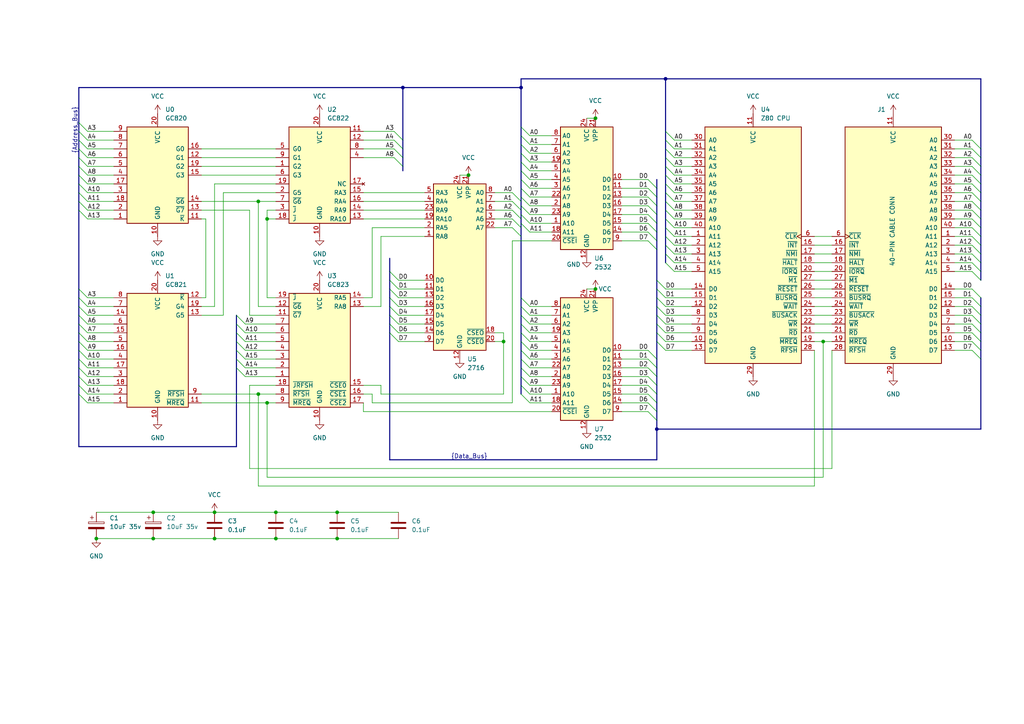
<source format=kicad_sch>
(kicad_sch (version 20231120) (generator "eeschema") (generator_version "8.0")
  (paper "A4")
  (title_block (title "MS PAC-MAN AUX BOARD ") (date "4 January 1981") (company "MIDWAY MFG. CO.") (comment 1 "A084-91415-B617"))
  (bus_alias "Address_Bus" (members "A[0..15]"))
  (bus_alias "Data_Bus" (members "D[0..7]"))
  (junction (at 190.5 124.46))
  (junction (at 74.93 58.42))
  (junction (at 44.45 148.59))
  (junction (at 62.23 156.21))
  (junction (at 172.72 83.82))
  (junction (at 97.79 148.59))
  (junction (at 80.01 156.21))
  (junction (at 172.72 34.29))
  (junction (at 151.13 25.4))
  (junction (at 80.01 148.59))
  (junction (at 135.89 50.8))
  (junction (at 77.47 116.84))
  (junction (at 62.23 148.59))
  (junction (at 193.04 22.86))
  (junction (at 97.79 156.21))
  (junction (at 146.05 99.06))
  (junction (at 27.94 156.21))
  (junction (at 44.45 156.21))
  (junction (at 116.84 25.4))
  (junction (at 74.93 114.3))
  (junction (at 77.47 63.5))
  (junction (at 238.76 99.06))
  (bus_entry (at 193.04 40.64) (size 2.54 2.54))
  (bus_entry (at 193.04 73.66) (size 2.54 2.54))
  (bus_entry (at 190.5 83.82) (size 2.54 2.54))
  (bus_entry (at 116.84 40.64) (size -2.54 -2.54))
  (bus_entry (at 151.13 44.45) (size 2.54 2.54))
  (bus_entry (at 190.5 114.3) (size -2.54 -2.54))
  (bus_entry (at 113.03 86.36) (size 2.54 2.54))
  (bus_entry (at 68.58 93.98) (size 2.54 2.54))
  (bus_entry (at 151.13 111.76) (size 2.54 2.54))
  (bus_entry (at 151.13 68.58) (size -2.54 -2.54))
  (bus_entry (at 281.94 71.12) (size 2.54 2.54))
  (bus_entry (at 281.94 45.72) (size 2.54 2.54))
  (bus_entry (at 190.5 104.14) (size -2.54 -2.54))
  (bus_entry (at 22.86 43.18) (size 2.54 2.54))
  (bus_entry (at 187.96 59.69) (size 2.54 2.54))
  (bus_entry (at 187.96 67.31) (size 2.54 2.54))
  (bus_entry (at 281.94 93.98) (size 2.54 2.54))
  (bus_entry (at 281.94 76.2) (size 2.54 2.54))
  (bus_entry (at 190.5 121.92) (size -2.54 -2.54))
  (bus_entry (at 281.94 68.58) (size 2.54 2.54))
  (bus_entry (at 187.96 57.15) (size 2.54 2.54))
  (bus_entry (at 22.86 101.6) (size 2.54 2.54))
  (bus_entry (at 151.13 66.04) (size -2.54 -2.54))
  (bus_entry (at 68.58 99.06) (size 2.54 2.54))
  (bus_entry (at 113.03 96.52) (size 2.54 2.54))
  (bus_entry (at 190.5 99.06) (size 2.54 2.54))
  (bus_entry (at 151.13 88.9) (size 2.54 2.54))
  (bus_entry (at 22.86 60.96) (size 2.54 2.54))
  (bus_entry (at 281.94 96.52) (size 2.54 2.54))
  (bus_entry (at 22.86 55.88) (size 2.54 2.54))
  (bus_entry (at 113.03 78.74) (size 2.54 2.54))
  (bus_entry (at 151.13 41.91) (size 2.54 2.54))
  (bus_entry (at 22.86 96.52) (size 2.54 2.54))
  (bus_entry (at 193.04 48.26) (size 2.54 2.54))
  (bus_entry (at 151.13 101.6) (size 2.54 2.54))
  (bus_entry (at 190.5 109.22) (size -2.54 -2.54))
  (bus_entry (at 151.13 62.23) (size 2.54 2.54))
  (bus_entry (at 187.96 52.07) (size 2.54 2.54))
  (bus_entry (at 22.86 45.72) (size 2.54 2.54))
  (bus_entry (at 190.5 116.84) (size -2.54 -2.54))
  (bus_entry (at 281.94 48.26) (size 2.54 2.54))
  (bus_entry (at 193.04 53.34) (size 2.54 2.54))
  (bus_entry (at 281.94 78.74) (size 2.54 2.54))
  (bus_entry (at 193.04 71.12) (size 2.54 2.54))
  (bus_entry (at 187.96 64.77) (size 2.54 2.54))
  (bus_entry (at 281.94 55.88) (size 2.54 2.54))
  (bus_entry (at 22.86 86.36) (size 2.54 2.54))
  (bus_entry (at 151.13 39.37) (size 2.54 2.54))
  (bus_entry (at 187.96 54.61) (size 2.54 2.54))
  (bus_entry (at 22.86 111.76) (size 2.54 2.54))
  (bus_entry (at 281.94 40.64) (size 2.54 2.54))
  (bus_entry (at 281.94 99.06) (size 2.54 2.54))
  (bus_entry (at 193.04 58.42) (size 2.54 2.54))
  (bus_entry (at 68.58 104.14) (size 2.54 2.54))
  (bus_entry (at 151.13 114.3) (size 2.54 2.54))
  (bus_entry (at 113.03 81.28) (size 2.54 2.54))
  (bus_entry (at 151.13 46.99) (size 2.54 2.54))
  (bus_entry (at 22.86 40.64) (size 2.54 2.54))
  (bus_entry (at 22.86 83.82) (size 2.54 2.54))
  (bus_entry (at 113.03 88.9) (size 2.54 2.54))
  (bus_entry (at 151.13 54.61) (size 2.54 2.54))
  (bus_entry (at 113.03 91.44) (size 2.54 2.54))
  (bus_entry (at 22.86 91.44) (size 2.54 2.54))
  (bus_entry (at 22.86 99.06) (size 2.54 2.54))
  (bus_entry (at 151.13 52.07) (size 2.54 2.54))
  (bus_entry (at 193.04 55.88) (size 2.54 2.54))
  (bus_entry (at 281.94 53.34) (size 2.54 2.54))
  (bus_entry (at 151.13 109.22) (size 2.54 2.54))
  (bus_entry (at 187.96 62.23) (size 2.54 2.54))
  (bus_entry (at 281.94 83.82) (size 2.54 2.54))
  (bus_entry (at 68.58 91.44) (size 2.54 2.54))
  (bus_entry (at 281.94 73.66) (size 2.54 2.54))
  (bus_entry (at 281.94 101.6) (size 2.54 2.54))
  (bus_entry (at 193.04 68.58) (size 2.54 2.54))
  (bus_entry (at 190.5 86.36) (size 2.54 2.54))
  (bus_entry (at 22.86 104.14) (size 2.54 2.54))
  (bus_entry (at 190.5 106.68) (size -2.54 -2.54))
  (bus_entry (at 281.94 63.5) (size 2.54 2.54))
  (bus_entry (at 190.5 111.76) (size -2.54 -2.54))
  (bus_entry (at 190.5 96.52) (size 2.54 2.54))
  (bus_entry (at 22.86 53.34) (size 2.54 2.54))
  (bus_entry (at 116.84 48.26) (size -2.54 -2.54))
  (bus_entry (at 193.04 45.72) (size 2.54 2.54))
  (bus_entry (at 281.94 86.36) (size 2.54 2.54))
  (bus_entry (at 22.86 93.98) (size 2.54 2.54))
  (bus_entry (at 116.84 43.18) (size -2.54 -2.54))
  (bus_entry (at 151.13 60.96) (size -2.54 -2.54))
  (bus_entry (at 193.04 60.96) (size 2.54 2.54))
  (bus_entry (at 151.13 64.77) (size 2.54 2.54))
  (bus_entry (at 193.04 63.5) (size 2.54 2.54))
  (bus_entry (at 151.13 57.15) (size 2.54 2.54))
  (bus_entry (at 151.13 58.42) (size -2.54 -2.54))
  (bus_entry (at 151.13 59.69) (size 2.54 2.54))
  (bus_entry (at 22.86 35.56) (size 2.54 2.54))
  (bus_entry (at 116.84 45.72) (size -2.54 -2.54))
  (bus_entry (at 281.94 88.9) (size 2.54 2.54))
  (bus_entry (at 151.13 91.44) (size 2.54 2.54))
  (bus_entry (at 113.03 93.98) (size 2.54 2.54))
  (bus_entry (at 151.13 86.36) (size 2.54 2.54))
  (bus_entry (at 151.13 104.14) (size 2.54 2.54))
  (bus_entry (at 281.94 58.42) (size 2.54 2.54))
  (bus_entry (at 22.86 109.22) (size 2.54 2.54))
  (bus_entry (at 22.86 48.26) (size 2.54 2.54))
  (bus_entry (at 190.5 93.98) (size 2.54 2.54))
  (bus_entry (at 68.58 101.6) (size 2.54 2.54))
  (bus_entry (at 193.04 50.8) (size 2.54 2.54))
  (bus_entry (at 281.94 91.44) (size 2.54 2.54))
  (bus_entry (at 151.13 99.06) (size 2.54 2.54))
  (bus_entry (at 151.13 49.53) (size 2.54 2.54))
  (bus_entry (at 68.58 106.68) (size 2.54 2.54))
  (bus_entry (at 22.86 88.9) (size 2.54 2.54))
  (bus_entry (at 113.03 83.82) (size 2.54 2.54))
  (bus_entry (at 190.5 119.38) (size -2.54 -2.54))
  (bus_entry (at 68.58 96.52) (size 2.54 2.54))
  (bus_entry (at 187.96 69.85) (size 2.54 2.54))
  (bus_entry (at 190.5 81.28) (size 2.54 2.54))
  (bus_entry (at 151.13 96.52) (size 2.54 2.54))
  (bus_entry (at 190.5 88.9) (size 2.54 2.54))
  (bus_entry (at 193.04 66.04) (size 2.54 2.54))
  (bus_entry (at 22.86 38.1) (size 2.54 2.54))
  (bus_entry (at 281.94 66.04) (size 2.54 2.54))
  (bus_entry (at 281.94 60.96) (size 2.54 2.54))
  (bus_entry (at 22.86 50.8) (size 2.54 2.54))
  (bus_entry (at 151.13 106.68) (size 2.54 2.54))
  (bus_entry (at 193.04 43.18) (size 2.54 2.54))
  (bus_entry (at 22.86 106.68) (size 2.54 2.54))
  (bus_entry (at 281.94 50.8) (size 2.54 2.54))
  (bus_entry (at 151.13 36.83) (size 2.54 2.54))
  (bus_entry (at 193.04 38.1) (size 2.54 2.54))
  (bus_entry (at 22.86 58.42) (size 2.54 2.54))
  (bus_entry (at 193.04 76.2) (size 2.54 2.54))
  (bus_entry (at 151.13 93.98) (size 2.54 2.54))
  (bus_entry (at 281.94 43.18) (size 2.54 2.54))
  (bus_entry (at 190.5 91.44) (size 2.54 2.54))
  (bus_entry (at 22.86 114.3) (size 2.54 2.54))
  (bus_entry (at 151.13 63.5) (size -2.54 -2.54))
  (wire (pts (xy 187.96 57.15) (xy 180.34 57.15)))
  (wire (pts (xy 195.58 68.58) (xy 200.66 68.58)))
  (wire (pts (xy 193.04 93.98) (xy 200.66 93.98)))
  (bus (pts (xy 151.13 52.07) (xy 151.13 54.61)))
  (wire (pts (xy 238.76 138.43) (xy 238.76 99.06)))
  (bus (pts (xy 193.04 45.72) (xy 193.04 48.26)))
  (bus (pts (xy 151.13 49.53) (xy 151.13 52.07)))
  (bus (pts (xy 116.84 25.4) (xy 116.84 40.64)))
  (bus (pts (xy 68.58 99.06) (xy 68.58 96.52)))
  (wire (pts (xy 44.45 156.21) (xy 62.23 156.21)))
  (bus (pts (xy 68.58 106.68) (xy 68.58 104.14)))
  (bus (pts (xy 68.58 93.98) (xy 68.58 91.44)))
  (wire (pts (xy 25.4 106.68) (xy 33.02 106.68)))
  (wire (pts (xy 80.01 91.44) (xy 72.39 91.44)))
  (wire (pts (xy 187.96 114.3) (xy 180.34 114.3)))
  (bus (pts (xy 193.04 53.34) (xy 193.04 55.88)))
  (wire (pts (xy 74.93 88.9) (xy 74.93 58.42)))
  (wire (pts (xy 236.22 140.97) (xy 236.22 101.6)))
  (wire (pts (xy 187.96 62.23) (xy 180.34 62.23)))
  (bus (pts (xy 113.03 133.35) (xy 190.5 133.35)))
  (wire (pts (xy 64.77 91.44) (xy 64.77 55.88)))
  (wire (pts (xy 281.94 88.9) (xy 276.86 88.9)))
  (wire (pts (xy 195.58 40.64) (xy 200.66 40.64)))
  (wire (pts (xy 153.67 39.37) (xy 160.02 39.37)))
  (wire (pts (xy 153.67 88.9) (xy 160.02 88.9)))
  (bus (pts (xy 113.03 81.28) (xy 113.03 83.82)))
  (wire (pts (xy 72.39 111.76) (xy 72.39 135.89)))
  (wire (pts (xy 105.41 86.36) (xy 107.95 86.36)))
  (wire (pts (xy 62.23 53.34) (xy 80.01 53.34)))
  (wire (pts (xy 62.23 156.21) (xy 80.01 156.21)))
  (wire (pts (xy 153.67 57.15) (xy 160.02 57.15)))
  (bus (pts (xy 151.13 46.99) (xy 151.13 49.53)))
  (wire (pts (xy 74.93 114.3) (xy 74.93 140.97)))
  (wire (pts (xy 187.96 111.76) (xy 180.34 111.76)))
  (wire (pts (xy 187.96 106.68) (xy 180.34 106.68)))
  (bus (pts (xy 284.48 104.14) (xy 284.48 101.6)))
  (wire (pts (xy 193.04 88.9) (xy 200.66 88.9)))
  (wire (pts (xy 153.67 59.69) (xy 160.02 59.69)))
  (bus (pts (xy 22.86 111.76) (xy 22.86 114.3)))
  (bus (pts (xy 284.48 53.34) (xy 284.48 55.88)))
  (bus (pts (xy 151.13 36.83) (xy 151.13 39.37)))
  (wire (pts (xy 25.4 43.18) (xy 33.02 43.18)))
  (wire (pts (xy 25.4 60.96) (xy 33.02 60.96)))
  (bus (pts (xy 151.13 106.68) (xy 151.13 109.22)))
  (wire (pts (xy 148.59 69.85) (xy 160.02 69.85)))
  (wire (pts (xy 133.35 50.8) (xy 135.89 50.8)))
  (wire (pts (xy 241.3 73.66) (xy 236.22 73.66)))
  (wire (pts (xy 148.59 116.84) (xy 148.59 69.85)))
  (bus (pts (xy 190.5 83.82) (xy 190.5 81.28)))
  (bus (pts (xy 193.04 22.86) (xy 193.04 38.1)))
  (bus (pts (xy 193.04 50.8) (xy 193.04 53.34)))
  (wire (pts (xy 153.67 109.22) (xy 160.02 109.22)))
  (bus (pts (xy 22.86 45.72) (xy 22.86 48.26)))
  (bus (pts (xy 284.48 101.6) (xy 284.48 99.06)))
  (wire (pts (xy 187.96 54.61) (xy 180.34 54.61)))
  (wire (pts (xy 74.93 114.3) (xy 80.01 114.3)))
  (bus (pts (xy 151.13 25.4) (xy 151.13 36.83)))
  (bus (pts (xy 190.5 62.23) (xy 190.5 59.69)))
  (bus (pts (xy 190.5 106.68) (xy 190.5 104.14)))
  (bus (pts (xy 190.5 88.9) (xy 190.5 86.36)))
  (wire (pts (xy 25.4 55.88) (xy 33.02 55.88)))
  (wire (pts (xy 143.51 96.52) (xy 146.05 96.52)))
  (bus (pts (xy 190.5 124.46) (xy 190.5 121.92)))
  (wire (pts (xy 153.67 91.44) (xy 160.02 91.44)))
  (bus (pts (xy 190.5 57.15) (xy 190.5 54.61)))
  (wire (pts (xy 25.4 99.06) (xy 33.02 99.06)))
  (wire (pts (xy 107.95 116.84) (xy 148.59 116.84)))
  (wire (pts (xy 25.4 101.6) (xy 33.02 101.6)))
  (wire (pts (xy 25.4 40.64) (xy 33.02 40.64)))
  (wire (pts (xy 153.67 106.68) (xy 160.02 106.68)))
  (wire (pts (xy 281.94 86.36) (xy 276.86 86.36)))
  (bus (pts (xy 190.5 111.76) (xy 190.5 109.22)))
  (bus (pts (xy 68.58 96.52) (xy 68.58 93.98)))
  (wire (pts (xy 153.67 99.06) (xy 160.02 99.06)))
  (wire (pts (xy 143.51 63.5) (xy 148.59 63.5)))
  (bus (pts (xy 190.5 81.28) (xy 190.5 72.39)))
  (bus (pts (xy 151.13 54.61) (xy 151.13 57.15)))
  (wire (pts (xy 153.67 54.61) (xy 160.02 54.61)))
  (wire (pts (xy 58.42 88.9) (xy 62.23 88.9)))
  (bus (pts (xy 151.13 62.23) (xy 151.13 63.5)))
  (wire (pts (xy 187.96 101.6) (xy 180.34 101.6)))
  (wire (pts (xy 77.47 116.84) (xy 80.01 116.84)))
  (wire (pts (xy 153.67 67.31) (xy 160.02 67.31)))
  (wire (pts (xy 281.94 45.72) (xy 276.86 45.72)))
  (wire (pts (xy 25.4 111.76) (xy 33.02 111.76)))
  (wire (pts (xy 77.47 60.96) (xy 77.47 63.5)))
  (bus (pts (xy 22.86 101.6) (xy 22.86 104.14)))
  (wire (pts (xy 107.95 66.04) (xy 123.19 66.04)))
  (wire (pts (xy 153.67 46.99) (xy 160.02 46.99)))
  (bus (pts (xy 22.86 48.26) (xy 22.86 50.8)))
  (bus (pts (xy 151.13 111.76) (xy 151.13 114.3)))
  (wire (pts (xy 115.57 83.82) (xy 123.19 83.82)))
  (bus (pts (xy 151.13 59.69) (xy 151.13 60.96)))
  (bus (pts (xy 190.5 116.84) (xy 190.5 114.3)))
  (bus (pts (xy 284.48 45.72) (xy 284.48 48.26)))
  (bus (pts (xy 193.04 60.96) (xy 193.04 63.5)))
  (wire (pts (xy 187.96 69.85) (xy 180.34 69.85)))
  (bus (pts (xy 151.13 57.15) (xy 151.13 58.42)))
  (bus (pts (xy 113.03 74.93) (xy 113.03 78.74)))
  (bus (pts (xy 22.86 83.82) (xy 22.86 86.36)))
  (bus (pts (xy 151.13 60.96) (xy 151.13 62.23)))
  (wire (pts (xy 195.58 73.66) (xy 200.66 73.66)))
  (wire (pts (xy 241.3 78.74) (xy 236.22 78.74)))
  (wire (pts (xy 80.01 86.36) (xy 77.47 86.36)))
  (bus (pts (xy 190.5 121.92) (xy 190.5 119.38)))
  (wire (pts (xy 64.77 55.88) (xy 80.01 55.88)))
  (wire (pts (xy 62.23 88.9) (xy 62.23 53.34)))
  (wire (pts (xy 110.49 68.58) (xy 123.19 68.58)))
  (bus (pts (xy 193.04 38.1) (xy 193.04 40.64)))
  (bus (pts (xy 284.48 91.44) (xy 284.48 88.9)))
  (wire (pts (xy 71.12 106.68) (xy 80.01 106.68)))
  (wire (pts (xy 71.12 101.6) (xy 80.01 101.6)))
  (wire (pts (xy 27.94 156.21) (xy 44.45 156.21)))
  (bus (pts (xy 190.5 59.69) (xy 190.5 57.15)))
  (wire (pts (xy 195.58 48.26) (xy 200.66 48.26)))
  (wire (pts (xy 71.12 99.06) (xy 80.01 99.06)))
  (bus (pts (xy 190.5 91.44) (xy 190.5 88.9)))
  (wire (pts (xy 281.94 68.58) (xy 276.86 68.58)))
  (wire (pts (xy 115.57 91.44) (xy 123.19 91.44)))
  (wire (pts (xy 195.58 63.5) (xy 200.66 63.5)))
  (wire (pts (xy 146.05 96.52) (xy 146.05 99.06)))
  (wire (pts (xy 71.12 109.22) (xy 80.01 109.22)))
  (wire (pts (xy 281.94 96.52) (xy 276.86 96.52)))
  (wire (pts (xy 195.58 60.96) (xy 200.66 60.96)))
  (bus (pts (xy 22.86 40.64) (xy 22.86 43.18)))
  (bus (pts (xy 116.84 25.4) (xy 151.13 25.4)))
  (bus (pts (xy 190.5 133.35) (xy 190.5 124.46)))
  (bus (pts (xy 284.48 96.52) (xy 284.48 93.98)))
  (bus (pts (xy 151.13 88.9) (xy 151.13 91.44)))
  (bus (pts (xy 113.03 93.98) (xy 113.03 96.52)))
  (wire (pts (xy 193.04 91.44) (xy 200.66 91.44)))
  (bus (pts (xy 116.84 40.64) (xy 116.84 43.18)))
  (wire (pts (xy 107.95 114.3) (xy 107.95 116.84)))
  (bus (pts (xy 22.86 106.68) (xy 22.86 109.22)))
  (wire (pts (xy 281.94 93.98) (xy 276.86 93.98)))
  (wire (pts (xy 153.67 44.45) (xy 160.02 44.45)))
  (wire (pts (xy 71.12 104.14) (xy 80.01 104.14)))
  (wire (pts (xy 58.42 50.8) (xy 80.01 50.8)))
  (bus (pts (xy 284.48 63.5) (xy 284.48 66.04)))
  (wire (pts (xy 195.58 66.04) (xy 200.66 66.04)))
  (wire (pts (xy 25.4 86.36) (xy 33.02 86.36)))
  (bus (pts (xy 151.13 101.6) (xy 151.13 104.14)))
  (wire (pts (xy 110.49 111.76) (xy 110.49 114.3)))
  (bus (pts (xy 193.04 71.12) (xy 193.04 73.66)))
  (wire (pts (xy 74.93 140.97) (xy 236.22 140.97)))
  (wire (pts (xy 153.67 111.76) (xy 160.02 111.76)))
  (wire (pts (xy 281.94 55.88) (xy 276.86 55.88)))
  (wire (pts (xy 187.96 116.84) (xy 180.34 116.84)))
  (wire (pts (xy 25.4 45.72) (xy 33.02 45.72)))
  (wire (pts (xy 187.96 104.14) (xy 180.34 104.14)))
  (wire (pts (xy 195.58 58.42) (xy 200.66 58.42)))
  (wire (pts (xy 105.41 43.18) (xy 114.3 43.18)))
  (wire (pts (xy 80.01 111.76) (xy 72.39 111.76)))
  (bus (pts (xy 284.48 50.8) (xy 284.48 53.34)))
  (bus (pts (xy 22.86 114.3) (xy 22.86 129.54)))
  (wire (pts (xy 195.58 53.34) (xy 200.66 53.34)))
  (wire (pts (xy 27.94 148.59) (xy 44.45 148.59)))
  (wire (pts (xy 25.4 93.98) (xy 33.02 93.98)))
  (bus (pts (xy 22.86 35.56) (xy 22.86 38.1)))
  (bus (pts (xy 151.13 58.42) (xy 151.13 59.69)))
  (bus (pts (xy 193.04 58.42) (xy 193.04 60.96)))
  (bus (pts (xy 116.84 43.18) (xy 116.84 45.72)))
  (wire (pts (xy 25.4 88.9) (xy 33.02 88.9)))
  (wire (pts (xy 153.67 64.77) (xy 160.02 64.77)))
  (wire (pts (xy 241.3 68.58) (xy 236.22 68.58)))
  (wire (pts (xy 281.94 91.44) (xy 276.86 91.44)))
  (bus (pts (xy 193.04 43.18) (xy 193.04 45.72)))
  (wire (pts (xy 58.42 45.72) (xy 80.01 45.72)))
  (bus (pts (xy 113.03 91.44) (xy 113.03 93.98)))
  (bus (pts (xy 22.86 60.96) (xy 22.86 83.82)))
  (wire (pts (xy 281.94 48.26) (xy 276.86 48.26)))
  (wire (pts (xy 72.39 60.96) (xy 58.42 60.96)))
  (bus (pts (xy 113.03 96.52) (xy 113.03 133.35)))
  (wire (pts (xy 80.01 88.9) (xy 74.93 88.9)))
  (bus (pts (xy 284.48 88.9) (xy 284.48 86.36)))
  (bus (pts (xy 193.04 68.58) (xy 193.04 71.12)))
  (bus (pts (xy 113.03 86.36) (xy 113.03 88.9)))
  (bus (pts (xy 22.86 96.52) (xy 22.86 99.06)))
  (bus (pts (xy 190.5 69.85) (xy 190.5 72.39)))
  (wire (pts (xy 153.67 52.07) (xy 160.02 52.07)))
  (bus (pts (xy 151.13 39.37) (xy 151.13 41.91)))
  (wire (pts (xy 25.4 114.3) (xy 33.02 114.3)))
  (wire (pts (xy 153.67 41.91) (xy 160.02 41.91)))
  (wire (pts (xy 281.94 50.8) (xy 276.86 50.8)))
  (bus (pts (xy 22.86 109.22) (xy 22.86 111.76)))
  (wire (pts (xy 143.51 66.04) (xy 148.59 66.04)))
  (bus (pts (xy 190.5 67.31) (xy 190.5 69.85)))
  (bus (pts (xy 284.48 73.66) (xy 284.48 76.2)))
  (bus (pts (xy 284.48 93.98) (xy 284.48 91.44)))
  (wire (pts (xy 281.94 43.18) (xy 276.86 43.18)))
  (wire (pts (xy 58.42 91.44) (xy 64.77 91.44)))
  (bus (pts (xy 190.5 109.22) (xy 190.5 106.68)))
  (wire (pts (xy 241.3 91.44) (xy 236.22 91.44)))
  (wire (pts (xy 241.3 86.36) (xy 236.22 86.36)))
  (wire (pts (xy 146.05 114.3) (xy 146.05 99.06)))
  (bus (pts (xy 284.48 124.46) (xy 284.48 104.14)))
  (wire (pts (xy 25.4 96.52) (xy 33.02 96.52)))
  (wire (pts (xy 115.57 81.28) (xy 123.19 81.28)))
  (wire (pts (xy 25.4 53.34) (xy 33.02 53.34)))
  (bus (pts (xy 22.86 55.88) (xy 22.86 58.42)))
  (bus (pts (xy 116.84 45.72) (xy 116.84 48.26)))
  (wire (pts (xy 153.67 101.6) (xy 160.02 101.6)))
  (bus (pts (xy 190.5 99.06) (xy 190.5 104.14)))
  (wire (pts (xy 241.3 81.28) (xy 236.22 81.28)))
  (wire (pts (xy 58.42 48.26) (xy 80.01 48.26)))
  (wire (pts (xy 241.3 96.52) (xy 236.22 96.52)))
  (wire (pts (xy 25.4 116.84) (xy 33.02 116.84)))
  (bus (pts (xy 190.5 114.3) (xy 190.5 111.76)))
  (bus (pts (xy 151.13 41.91) (xy 151.13 44.45)))
  (wire (pts (xy 25.4 38.1) (xy 33.02 38.1)))
  (bus (pts (xy 284.48 76.2) (xy 284.48 78.74)))
  (wire (pts (xy 74.93 58.42) (xy 80.01 58.42)))
  (bus (pts (xy 68.58 104.14) (xy 68.58 101.6)))
  (wire (pts (xy 187.96 67.31) (xy 180.34 67.31)))
  (bus (pts (xy 151.13 66.04) (xy 151.13 68.58)))
  (bus (pts (xy 22.86 58.42) (xy 22.86 60.96)))
  (bus (pts (xy 116.84 48.26) (xy 116.84 49.53)))
  (wire (pts (xy 241.3 88.9) (xy 236.22 88.9)))
  (wire (pts (xy 241.3 99.06) (xy 238.76 99.06)))
  (wire (pts (xy 105.41 111.76) (xy 110.49 111.76)))
  (wire (pts (xy 281.94 76.2) (xy 276.86 76.2)))
  (bus (pts (xy 22.86 38.1) (xy 22.86 40.64)))
  (wire (pts (xy 241.3 135.89) (xy 241.3 101.6)))
  (wire (pts (xy 195.58 50.8) (xy 200.66 50.8)))
  (bus (pts (xy 190.5 86.36) (xy 190.5 83.82)))
  (bus (pts (xy 190.5 54.61) (xy 190.5 52.07)))
  (wire (pts (xy 115.57 93.98) (xy 123.19 93.98)))
  (wire (pts (xy 241.3 71.12) (xy 236.22 71.12)))
  (wire (pts (xy 281.94 53.34) (xy 276.86 53.34)))
  (bus (pts (xy 190.5 124.46) (xy 284.48 124.46)))
  (wire (pts (xy 105.41 114.3) (xy 107.95 114.3)))
  (bus (pts (xy 284.48 22.86) (xy 284.48 43.18)))
  (wire (pts (xy 281.94 101.6) (xy 276.86 101.6)))
  (wire (pts (xy 105.41 63.5) (xy 123.19 63.5)))
  (wire (pts (xy 59.69 63.5) (xy 59.69 86.36)))
  (wire (pts (xy 143.51 55.88) (xy 148.59 55.88)))
  (wire (pts (xy 146.05 99.06) (xy 143.51 99.06)))
  (bus (pts (xy 190.5 64.77) (xy 190.5 67.31)))
  (bus (pts (xy 113.03 83.82) (xy 113.03 86.36)))
  (bus (pts (xy 151.13 91.44) (xy 151.13 93.98)))
  (wire (pts (xy 59.69 86.36) (xy 58.42 86.36)))
  (bus (pts (xy 22.86 99.06) (xy 22.86 101.6)))
  (wire (pts (xy 115.57 96.52) (xy 123.19 96.52)))
  (wire (pts (xy 105.41 60.96) (xy 123.19 60.96)))
  (bus (pts (xy 284.48 99.06) (xy 284.48 96.52)))
  (wire (pts (xy 72.39 135.89) (xy 241.3 135.89)))
  (wire (pts (xy 193.04 99.06) (xy 200.66 99.06)))
  (wire (pts (xy 115.57 86.36) (xy 123.19 86.36)))
  (bus (pts (xy 22.86 50.8) (xy 22.86 53.34)))
  (bus (pts (xy 68.58 101.6) (xy 68.58 99.06)))
  (wire (pts (xy 77.47 116.84) (xy 77.47 138.43)))
  (wire (pts (xy 195.58 71.12) (xy 200.66 71.12)))
  (wire (pts (xy 77.47 63.5) (xy 80.01 63.5)))
  (bus (pts (xy 284.48 78.74) (xy 284.48 81.28)))
  (wire (pts (xy 193.04 83.82) (xy 200.66 83.82)))
  (wire (pts (xy 115.57 88.9) (xy 123.19 88.9)))
  (bus (pts (xy 190.5 119.38) (xy 190.5 116.84)))
  (bus (pts (xy 22.86 91.44) (xy 22.86 93.98)))
  (wire (pts (xy 187.96 59.69) (xy 180.34 59.69)))
  (bus (pts (xy 151.13 96.52) (xy 151.13 99.06)))
  (wire (pts (xy 193.04 101.6) (xy 200.66 101.6)))
  (wire (pts (xy 25.4 91.44) (xy 33.02 91.44)))
  (wire (pts (xy 281.94 99.06) (xy 276.86 99.06)))
  (wire (pts (xy 195.58 45.72) (xy 200.66 45.72)))
  (bus (pts (xy 68.58 129.54) (xy 68.58 106.68)))
  (bus (pts (xy 193.04 48.26) (xy 193.04 50.8)))
  (bus (pts (xy 284.48 43.18) (xy 284.48 45.72)))
  (bus (pts (xy 284.48 58.42) (xy 284.48 60.96)))
  (wire (pts (xy 80.01 148.59) (xy 97.79 148.59)))
  (wire (pts (xy 241.3 76.2) (xy 236.22 76.2)))
  (wire (pts (xy 25.4 109.22) (xy 33.02 109.22)))
  (wire (pts (xy 110.49 114.3) (xy 146.05 114.3)))
  (wire (pts (xy 58.42 114.3) (xy 74.93 114.3)))
  (wire (pts (xy 77.47 138.43) (xy 238.76 138.43)))
  (wire (pts (xy 281.94 71.12) (xy 276.86 71.12)))
  (bus (pts (xy 151.13 63.5) (xy 151.13 64.77)))
  (wire (pts (xy 238.76 99.06) (xy 236.22 99.06)))
  (wire (pts (xy 281.94 66.04) (xy 276.86 66.04)))
  (wire (pts (xy 105.41 55.88) (xy 123.19 55.88)))
  (wire (pts (xy 187.96 119.38) (xy 180.34 119.38)))
  (wire (pts (xy 80.01 60.96) (xy 77.47 60.96)))
  (wire (pts (xy 281.94 58.42) (xy 276.86 58.42)))
  (wire (pts (xy 195.58 78.74) (xy 200.66 78.74)))
  (wire (pts (xy 105.41 88.9) (xy 110.49 88.9)))
  (bus (pts (xy 193.04 40.64) (xy 193.04 43.18)))
  (wire (pts (xy 281.94 60.96) (xy 276.86 60.96)))
  (wire (pts (xy 105.41 38.1) (xy 114.3 38.1)))
  (bus (pts (xy 193.04 22.86) (xy 284.48 22.86)))
  (bus (pts (xy 151.13 99.06) (xy 151.13 101.6)))
  (wire (pts (xy 105.41 116.84) (xy 105.41 119.38)))
  (wire (pts (xy 25.4 58.42) (xy 33.02 58.42)))
  (wire (pts (xy 80.01 156.21) (xy 97.79 156.21)))
  (wire (pts (xy 58.42 63.5) (xy 59.69 63.5)))
  (wire (pts (xy 153.67 62.23) (xy 160.02 62.23)))
  (bus (pts (xy 190.5 93.98) (xy 190.5 91.44)))
  (wire (pts (xy 58.42 116.84) (xy 77.47 116.84)))
  (bus (pts (xy 22.86 88.9) (xy 22.86 91.44)))
  (wire (pts (xy 105.41 58.42) (xy 123.19 58.42)))
  (wire (pts (xy 153.67 96.52) (xy 160.02 96.52)))
  (wire (pts (xy 58.42 43.18) (xy 80.01 43.18)))
  (bus (pts (xy 284.48 48.26) (xy 284.48 50.8)))
  (bus (pts (xy 113.03 78.74) (xy 113.03 81.28)))
  (wire (pts (xy 281.94 63.5) (xy 276.86 63.5)))
  (wire (pts (xy 187.96 109.22) (xy 180.34 109.22)))
  (bus (pts (xy 284.48 71.12) (xy 284.48 73.66)))
  (bus (pts (xy 151.13 86.36) (xy 151.13 88.9)))
  (wire (pts (xy 25.4 50.8) (xy 33.02 50.8)))
  (wire (pts (xy 44.45 148.59) (xy 62.23 148.59)))
  (wire (pts (xy 187.96 64.77) (xy 180.34 64.77)))
  (wire (pts (xy 153.67 49.53) (xy 160.02 49.53)))
  (wire (pts (xy 241.3 83.82) (xy 236.22 83.82)))
  (wire (pts (xy 62.23 148.59) (xy 80.01 148.59)))
  (wire (pts (xy 281.94 83.82) (xy 276.86 83.82)))
  (wire (pts (xy 143.51 58.42) (xy 148.59 58.42)))
  (bus (pts (xy 22.86 25.4) (xy 116.84 25.4)))
  (bus (pts (xy 22.86 25.4) (xy 22.86 35.56)))
  (bus (pts (xy 151.13 109.22) (xy 151.13 111.76)))
  (wire (pts (xy 281.94 73.66) (xy 276.86 73.66)))
  (bus (pts (xy 193.04 63.5) (xy 193.04 66.04)))
  (wire (pts (xy 58.42 58.42) (xy 74.93 58.42)))
  (wire (pts (xy 25.4 48.26) (xy 33.02 48.26)))
  (wire (pts (xy 193.04 96.52) (xy 200.66 96.52)))
  (wire (pts (xy 193.04 86.36) (xy 200.66 86.36)))
  (bus (pts (xy 284.48 68.58) (xy 284.48 71.12)))
  (wire (pts (xy 241.3 93.98) (xy 236.22 93.98)))
  (wire (pts (xy 107.95 86.36) (xy 107.95 66.04)))
  (wire (pts (xy 105.41 45.72) (xy 114.3 45.72)))
  (wire (pts (xy 153.67 114.3) (xy 160.02 114.3)))
  (bus (pts (xy 151.13 93.98) (xy 151.13 96.52)))
  (bus (pts (xy 190.5 99.06) (xy 190.5 96.52)))
  (bus (pts (xy 151.13 44.45) (xy 151.13 46.99)))
  (wire (pts (xy 187.96 52.07) (xy 180.34 52.07)))
  (bus (pts (xy 22.86 43.18) (xy 22.86 45.72)))
  (bus (pts (xy 284.48 66.04) (xy 284.48 68.58)))
  (bus (pts (xy 190.5 96.52) (xy 190.5 93.98)))
  (wire (pts (xy 281.94 78.74) (xy 276.86 78.74)))
  (bus (pts (xy 22.86 129.54) (xy 68.58 129.54)))
  (bus (pts (xy 284.48 60.96) (xy 284.48 63.5)))
  (wire (pts (xy 105.41 119.38) (xy 160.02 119.38)))
  (bus (pts (xy 22.86 86.36) (xy 22.86 88.9)))
  (bus (pts (xy 151.13 22.86) (xy 193.04 22.86)))
  (wire (pts (xy 110.49 88.9) (xy 110.49 68.58)))
  (bus (pts (xy 151.13 22.86) (xy 151.13 25.4)))
  (bus (pts (xy 22.86 53.34) (xy 22.86 55.88)))
  (wire (pts (xy 77.47 86.36) (xy 77.47 63.5)))
  (bus (pts (xy 22.86 104.14) (xy 22.86 106.68)))
  (bus (pts (xy 151.13 64.77) (xy 151.13 66.04)))
  (wire (pts (xy 25.4 63.5) (xy 33.02 63.5)))
  (wire (pts (xy 105.41 40.64) (xy 114.3 40.64)))
  (wire (pts (xy 153.67 93.98) (xy 160.02 93.98)))
  (wire (pts (xy 153.67 104.14) (xy 160.02 104.14)))
  (wire (pts (xy 71.12 93.98) (xy 80.01 93.98)))
  (wire (pts (xy 170.18 83.82) (xy 172.72 83.82)))
  (bus (pts (xy 113.03 88.9) (xy 113.03 91.44)))
  (wire (pts (xy 195.58 76.2) (xy 200.66 76.2)))
  (wire (pts (xy 143.51 60.96) (xy 148.59 60.96)))
  (wire (pts (xy 71.12 96.52) (xy 80.01 96.52)))
  (bus (pts (xy 284.48 55.88) (xy 284.48 58.42)))
  (bus (pts (xy 151.13 104.14) (xy 151.13 106.68)))
  (wire (pts (xy 195.58 55.88) (xy 200.66 55.88)))
  (bus (pts (xy 151.13 68.58) (xy 151.13 86.36)))
  (wire (pts (xy 97.79 148.59) (xy 115.57 148.59)))
  (wire (pts (xy 72.39 91.44) (xy 72.39 60.96)))
  (wire (pts (xy 115.57 99.06) (xy 123.19 99.06)))
  (wire (pts (xy 153.67 116.84) (xy 160.02 116.84)))
  (wire (pts (xy 97.79 156.21) (xy 115.57 156.21)))
  (wire (pts (xy 281.94 40.64) (xy 276.86 40.64)))
  (wire (pts (xy 195.58 43.18) (xy 200.66 43.18)))
  (bus (pts (xy 193.04 66.04) (xy 193.04 68.58)))
  (bus (pts (xy 190.5 62.23) (xy 190.5 64.77)))
  (wire (pts (xy 25.4 104.14) (xy 33.02 104.14)))
  (wire (pts (xy 170.18 34.29) (xy 172.72 34.29)))
  (bus (pts (xy 193.04 55.88) (xy 193.04 58.42)))
  (bus (pts (xy 193.04 73.66) (xy 193.04 76.2)))
  (bus (pts (xy 22.86 93.98) (xy 22.86 96.52)))
  (label "A13" (at 25.4 111.76 0))
  (label "A0" (at 153.67 88.9 0))
  (label "A12" (at 25.4 60.96 0))
  (label "A4" (at 111.76 40.64 0))
  (label "A8" (at 25.4 99.06 0))
  (label "A14" (at 195.58 76.2 0))
  (label "A15" (at 71.12 104.14 0))
  (label "A2" (at 148.59 60.96 180))
  (label "A9" (at 153.67 62.23 0))
  (label "A8" (at 195.58 60.96 0))
  (label "A13" (at 71.12 109.22 0))
  (label "A12" (at 25.4 109.22 0))
  (label "A10" (at 153.67 114.3 0))
  (label "A7" (at 195.58 58.42 0))
  (label "A3" (at 114.3 38.1 180))
  (label "A4" (at 195.58 50.8 0))
  (label "D6" (at 281.94 99.06 180))
  (label "{Data_Bus}" (at 130.81 133.35 0))
  (label "A9" (at 195.58 63.5 0))
  (label "A4" (at 25.4 40.64 0))
  (label "D0" (at 193.04 83.82 0))
  (label "A4" (at 25.4 88.9 0))
  (label "A11" (at 71.12 99.06 0))
  (label "D3" (at 115.57 88.9 0))
  (label "A14" (at 281.94 76.2 180))
  (label "A4" (at 153.67 99.06 0))
  (label "A14" (at 71.12 106.68 0))
  (label "A1" (at 148.59 58.42 180))
  (label "A6" (at 148.59 63.5 180))
  (label "A6" (at 153.67 104.14 0))
  (label "A0" (at 153.67 39.37 0))
  (label "A5" (at 114.3 43.18 180))
  (label "A5" (at 195.58 53.34 0))
  (label "D0" (at 187.96 101.6 180))
  (label "A10" (at 71.12 96.52 0))
  (label "A6" (at 281.94 55.88 180))
  (label "A7" (at 281.94 58.42 180))
  (label "A3" (at 153.67 46.99 0))
  (label "D3" (at 187.96 109.22 180))
  (label "D5" (at 187.96 64.77 180))
  (label "D2" (at 187.96 57.15 180))
  (label "D5" (at 115.57 93.98 0))
  (label "A12" (at 195.58 71.12 0))
  (label "A15" (at 281.94 78.74 180))
  (label "A2" (at 153.67 44.45 0))
  (label "D6" (at 187.96 116.84 180))
  (label "D7" (at 115.57 99.06 0))
  (label "A7" (at 25.4 96.52 0))
  (label "D2" (at 281.94 88.9 180))
  (label "A0" (at 148.59 55.88 180))
  (label "A14" (at 25.4 114.3 0))
  (label "A7" (at 153.67 57.15 0))
  (label "D1" (at 193.04 86.36 0))
  (label "A8" (at 114.3 45.72 180))
  (label "A5" (at 281.94 53.34 180))
  (label "A3" (at 25.4 86.36 0))
  (label "D2" (at 193.04 88.9 0))
  (label "A3" (at 195.58 48.26 0))
  (label "A8" (at 153.67 59.69 0))
  (label "D0" (at 281.94 83.82 180))
  (label "D1" (at 115.57 83.82 0))
  (label "D1" (at 187.96 104.14 180))
  (label "D6" (at 193.04 99.06 0))
  (label "A13" (at 25.4 63.5 0))
  (label "A6" (at 153.67 54.61 0))
  (label "D4" (at 115.57 91.44 0))
  (label "A7" (at 148.59 66.04 180))
  (label "A11" (at 195.58 68.58 0))
  (label "A5" (at 25.4 43.18 0))
  (label "A12" (at 71.12 101.6 0))
  (label "A0" (at 281.94 40.64 180))
  (label "A12" (at 281.94 71.12 180))
  (label "A8" (at 153.67 109.22 0))
  (label "A10" (at 195.58 66.04 0))
  (label "A8" (at 281.94 60.96 180))
  (label "D2" (at 115.57 86.36 0))
  (label "D3" (at 187.96 59.69 180))
  (label "D4" (at 193.04 93.98 0))
  (label "A5" (at 153.67 52.07 0))
  (label "A10" (at 25.4 55.88 0))
  (label "A11" (at 25.4 58.42 0))
  (label "A2" (at 153.67 93.98 0))
  (label "A11" (at 25.4 106.68 0))
  (label "A8" (at 25.4 50.8 0))
  (label "A4" (at 153.67 49.53 0))
  (label "A1" (at 153.67 41.91 0))
  (label "D1" (at 281.94 86.36 180))
  (label "A5" (at 153.67 101.6 0))
  (label "D3" (at 281.94 91.44 180))
  (label "D7" (at 187.96 119.38 180))
  (label "A1" (at 153.67 91.44 0))
  (label "{Address_Bus}" (at 22.86 44.45 90))
  (label "A3" (at 281.94 48.26 180))
  (label "D5" (at 193.04 96.52 0))
  (label "D6" (at 187.96 67.31 180))
  (label "A11" (at 281.94 68.58 180))
  (label "A6" (at 25.4 45.72 0))
  (label "A11" (at 153.67 116.84 0))
  (label "A6" (at 25.4 93.98 0))
  (label "A9" (at 71.12 93.98 0))
  (label "A2" (at 281.94 45.72 180))
  (label "A3" (at 25.4 38.1 0))
  (label "D0" (at 115.57 81.28 0))
  (label "D3" (at 193.04 91.44 0))
  (label "A3" (at 153.67 96.52 0))
  (label "A1" (at 195.58 43.18 0))
  (label "A9" (at 281.94 63.5 180))
  (label "A13" (at 195.58 73.66 0))
  (label "A9" (at 153.67 111.76 0))
  (label "A15" (at 25.4 116.84 0))
  (label "A9" (at 25.4 53.34 0))
  (label "D4" (at 187.96 111.76 180))
  (label "D5" (at 187.96 114.3 180))
  (label "D1" (at 187.96 54.61 180))
  (label "D6" (at 115.57 96.52 0))
  (label "D4" (at 281.94 93.98 180))
  (label "A0" (at 195.58 40.64 0))
  (label "A5" (at 25.4 91.44 0))
  (label "D7" (at 193.04 101.6 0))
  (label "D4" (at 187.96 62.23 180))
  (label "A15" (at 195.58 78.74 0))
  (label "A2" (at 195.58 45.72 0))
  (label "A6" (at 195.58 55.88 0))
  (label "A1" (at 281.94 43.18 180))
  (label "A13" (at 281.94 73.66 180))
  (label "A7" (at 153.67 106.68 0))
  (label "D7" (at 281.94 101.6 180))
  (label "A7" (at 25.4 48.26 0))
  (label "A11" (at 153.67 67.31 0))
  (label "D0" (at 187.96 52.07 180))
  (label "A10" (at 153.67 64.77 0))
  (label "A4" (at 281.94 50.8 180))
  (label "A9" (at 25.4 101.6 0))
  (label "D7" (at 187.96 69.85 180))
  (label "A10" (at 281.94 66.04 180))
  (label "A10" (at 25.4 104.14 0))
  (label "D5" (at 281.94 96.52 180))
  (label "D2" (at 187.96 106.68 180))
  (symbol (lib_id "Device:C_Polarized") (at 27.94 152.4 0) (unit 1)
    (property "Reference" "C1" (at 31.75 150.2409 0) (effects (justify left)))
    (property "Value" "10uF 35v" (at 31.75 152.7809 0) (effects (justify left)))
    (property "Footprint" "PACLIB:CP_Axial_L11.0mm_D6.0mm_P18.00mm_Horizontal" (effects (hide yes)))
    (property "Description" "Polarized capacitor" (effects (hide yes)))
  )
  (symbol (lib_id "power:VCC") (at 172.72 83.82 0) (unit 1)
    (property "Reference" "#PWR0115" (effects (hide yes)))
    (property "Value" "VCC" (at 175.514 83.82 0))
    (property "Description" "Power symbol creates a global label with name \"VCC\"" (effects (hide yes)))
  )
  (symbol (lib_id "power:VCC") (at 62.23 148.59 0) (unit 1)
    (property "Reference" "#PWR0108" (effects (hide yes)))
    (property "Value" "VCC" (at 62.23 143.51 0))
    (property "Description" "Power symbol creates a global label with name \"VCC\"" (effects (hide yes)))
  )
  (symbol (lib_id "PACLIB:GC820") (at 45.72 50.8 0) (unit 1)
    (property "Reference" "U0" (at 47.9141 31.75 0) (effects (justify left)))
    (property "Value" "GC820" (at 47.9141 34.29 0) (effects (justify left)))
    (property "Footprint" "PACLIB:DIP-20_W7.62mm_LongPads" (effects (hide yes)))
    (property "Description" "Programmable Logic Array, DIP-20/SOIC-20/PLCC-20" (effects (hide yes)))
  )
  (symbol (lib_id "power:VCC") (at 92.71 33.02 0) (unit 1)
    (property "Reference" "#PWR0109" (effects (hide yes)))
    (property "Value" "VCC" (at 92.71 27.94 0))
    (property "Description" "Power symbol creates a global label with name \"VCC\"" (effects (hide yes)))
  )
  (symbol (lib_id "PACLIB:GC823") (at 92.71 101.6 0) (unit 1)
    (property "Reference" "U3" (at 94.9041 80.01 0) (effects (justify left)))
    (property "Value" "GC823" (at 94.9041 82.55 0) (effects (justify left)))
    (property "Footprint" "PACLIB:DIP-20_W7.62mm_LongPads" (effects (hide yes)))
    (property "Description" "Programmable Logic Array, DIP-20/SOIC-20/PLCC-20" (effects (hide yes)))
  )
  (symbol (lib_id "power:GND") (at 259.08 109.22 0) (unit 1)
    (property "Reference" "#PWR0117" (effects (hide yes)))
    (property "Value" "GND" (at 259.08 114.3 0))
    (property "Description" "Power symbol creates a global label with name \"GND\" , ground" (effects (hide yes)))
  )
  (symbol (lib_id "power:GND") (at 92.71 121.92 0) (unit 1)
    (property "Reference" "#PWR0101" (effects (hide yes)))
    (property "Value" "GND" (at 92.71 127 0))
    (property "Description" "Power symbol creates a global label with name \"GND\" , ground" (effects (hide yes)))
  )
  (symbol (lib_id "power:GND") (at 92.71 68.58 0) (unit 1)
    (property "Reference" "#PWR0102" (effects (hide yes)))
    (property "Value" "GND" (at 92.71 73.66 0))
    (property "Description" "Power symbol creates a global label with name \"GND\" , ground" (effects (hide yes)))
  )
  (symbol (lib_id "power:GND") (at 170.18 74.93 0) (unit 1)
    (property "Reference" "#PWR0114" (effects (hide yes)))
    (property "Value" "GND" (at 166.37 76.708 0))
    (property "Description" "Power symbol creates a global label with name \"GND\" , ground" (effects (hide yes)))
  )
  (symbol (lib_id "PACLIB:Z80CPU") (at 259.08 71.12 0) (mirror y) (unit 1)
    (property "Reference" "J1" (at 256.8859 31.75 0) (effects (justify left)))
    (property "Value" "40-PIN CABLE CONN" (at 258.826 77.216 90) (effects (justify left)))
    (property "Footprint" "PACLIB:DIP-40_W15.24mm_LongPads" (effects (hide yes)))
    (property "Datasheet" "www.zilog.com/manage_directlink.php?filepath=docs/z80/um0080" (effects (hide yes)))
    (property "Description" "8-bit General Purpose Microprocessor, DIP-40" (effects (hide yes)))
  )
  (symbol (lib_id "Device:C") (at 80.01 152.4 0) (unit 1)
    (property "Reference" "C4" (at 83.82 151.1299 0) (effects (justify left)))
    (property "Value" "0.1uF" (at 83.82 153.6699 0) (effects (justify left)))
    (property "Footprint" "PACLIB:C_Axial_L3.8mm_D2.5mm_P12.685mm_Horizontal" (effects (hide yes)))
    (property "Description" "Unpolarized capacitor" (effects (hide yes)))
  )
  (symbol (lib_id "power:GND") (at 45.72 68.58 0) (unit 1)
    (property "Reference" "#PWR0104" (effects (hide yes)))
    (property "Value" "GND" (at 45.72 73.66 0))
    (property "Description" "Power symbol creates a global label with name \"GND\" , ground" (effects (hide yes)))
  )
  (symbol (lib_id "power:VCC") (at 259.08 33.02 0) (unit 1)
    (property "Reference" "#PWR0120" (effects (hide yes)))
    (property "Value" "VCC" (at 259.08 27.94 0))
    (property "Description" "Power symbol creates a global label with name \"VCC\"" (effects (hide yes)))
  )
  (symbol (lib_id "power:VCC") (at 45.72 33.02 0) (unit 1)
    (property "Reference" "#PWR0110" (effects (hide yes)))
    (property "Value" "VCC" (at 45.72 27.94 0))
    (property "Description" "Power symbol creates a global label with name \"VCC\"" (effects (hide yes)))
  )
  (symbol (lib_id "power:GND") (at 45.72 121.92 0) (unit 1)
    (property "Reference" "#PWR0107" (effects (hide yes)))
    (property "Value" "GND" (at 45.72 127 0))
    (property "Description" "Power symbol creates a global label with name \"GND\" , ground" (effects (hide yes)))
  )
  (symbol (lib_id "PACLIB:GC821") (at 45.72 101.6 0) (unit 1)
    (property "Reference" "U1" (at 47.9141 80.01 0) (effects (justify left)))
    (property "Value" "GC821" (at 47.9141 82.55 0) (effects (justify left)))
    (property "Footprint" "PACLIB:DIP-20_W7.62mm_LongPads" (effects (hide yes)))
    (property "Description" "Programmable Logic Array, DIP-20/SOIC-20/PLCC-20" (effects (hide yes)))
  )
  (symbol (lib_id "PACLIB:2532") (at 170.18 104.14 0) (unit 1)
    (property "Reference" "U7" (at 172.3741 124.46 0) (effects (justify left)))
    (property "Value" "2532" (at 172.3741 127 0) (effects (justify left)))
    (property "Footprint" "PACLIB:DIP-24_W15.24mm_LongPads" (effects (hide yes)))
    (property "Datasheet" "http://ww1.microchip.com/downloads/en/DeviceDoc/11107M.pdf" (effects (hide yes)))
    (property "Description" "OTP EPROM 64 KiBit, [Obsolete 2004-01]" (effects (hide yes)))
  )
  (symbol (lib_id "PACLIB:2532") (at 170.18 54.61 0) (unit 1)
    (property "Reference" "U6" (at 172.3741 74.93 0) (effects (justify left)))
    (property "Value" "2532" (at 172.3741 77.47 0) (effects (justify left)))
    (property "Footprint" "PACLIB:DIP-24_W15.24mm_LongPads" (effects (hide yes)))
    (property "Datasheet" "http://ww1.microchip.com/downloads/en/DeviceDoc/11107M.pdf" (effects (hide yes)))
    (property "Description" "OTP EPROM 64 KiBit, [Obsolete 2004-01]" (effects (hide yes)))
  )
  (symbol (lib_id "power:VCC") (at 135.89 50.8 0) (unit 1)
    (property "Reference" "#PWR0113" (effects (hide yes)))
    (property "Value" "VCC" (at 135.89 45.72 0))
    (property "Description" "Power symbol creates a global label with name \"VCC\"" (effects (hide yes)))
  )
  (symbol (lib_id "power:VCC") (at 92.71 81.28 0) (unit 1)
    (property "Reference" "#PWR0103" (effects (hide yes)))
    (property "Value" "VCC" (at 92.71 76.2 0))
    (property "Description" "Power symbol creates a global label with name \"VCC\"" (effects (hide yes)))
  )
  (symbol (lib_id "Device:C") (at 97.79 152.4 0) (unit 1)
    (property "Reference" "C5" (at 101.6 151.1299 0) (effects (justify left)))
    (property "Value" "0.1uF" (at 101.6 153.6699 0) (effects (justify left)))
    (property "Footprint" "PACLIB:C_Axial_L3.8mm_D2.5mm_P12.685mm_Horizontal" (effects (hide yes)))
    (property "Description" "Unpolarized capacitor" (effects (hide yes)))
  )
  (symbol (lib_id "power:VCC") (at 218.44 33.02 0) (unit 1)
    (property "Reference" "#PWR0119" (effects (hide yes)))
    (property "Value" "VCC" (at 218.44 27.94 0))
    (property "Description" "Power symbol creates a global label with name \"VCC\"" (effects (hide yes)))
  )
  (symbol (lib_id "PACLIB:Z80CPU") (at 218.44 71.12 0) (unit 1)
    (property "Reference" "U4" (at 220.6341 31.75 0) (effects (justify left)))
    (property "Value" "Z80 CPU" (at 220.6341 34.29 0) (effects (justify left)))
    (property "Footprint" "PACLIB:DIP-40_W15.24mm_LongPads" (effects (hide yes)))
    (property "Datasheet" "www.zilog.com/manage_directlink.php?filepath=docs/z80/um0080" (effects (hide yes)))
    (property "Description" "8-bit General Purpose Microprocessor, DIP-40" (effects (hide yes)))
  )
  (symbol (lib_id "power:VCC") (at 172.72 34.29 0) (unit 1)
    (property "Reference" "#PWR0111" (effects (hide yes)))
    (property "Value" "VCC" (at 172.72 29.21 0))
    (property "Description" "Power symbol creates a global label with name \"VCC\"" (effects (hide yes)))
  )
  (symbol (lib_id "PACLIB:2716") (at 133.35 76.2 0) (unit 1)
    (property "Reference" "U5" (at 135.5441 104.14 0) (effects (justify left)))
    (property "Value" "2716" (at 135.5441 106.68 0) (effects (justify left)))
    (property "Footprint" "PACLIB:DIP-24_W15.24mm_LongPads" (effects (hide yes)))
    (property "Datasheet" "http://ww1.microchip.com/downloads/en/DeviceDoc/11107M.pdf" (effects (hide yes)))
    (property "Description" "OTP EPROM 64 KiBit, [Obsolete 2004-01]" (effects (hide yes)))
  )
  (symbol (lib_id "power:GND") (at 133.35 104.14 0) (unit 1)
    (property "Reference" "#PWR0116" (effects (hide yes)))
    (property "Value" "GND" (at 133.35 109.22 0))
    (property "Description" "Power symbol creates a global label with name \"GND\" , ground" (effects (hide yes)))
  )
  (symbol (lib_id "power:GND") (at 218.44 109.22 0) (unit 1)
    (property "Reference" "#PWR0118" (effects (hide yes)))
    (property "Value" "GND" (at 218.44 114.3 0))
    (property "Description" "Power symbol creates a global label with name \"GND\" , ground" (effects (hide yes)))
  )
  (symbol (lib_id "Device:C") (at 62.23 152.4 0) (unit 1)
    (property "Reference" "C3" (at 66.04 151.1299 0) (effects (justify left)))
    (property "Value" "0.1uF" (at 66.04 153.6699 0) (effects (justify left)))
    (property "Footprint" "PACLIB:C_Axial_L3.8mm_D2.5mm_P12.685mm_Horizontal" (effects (hide yes)))
    (property "Description" "Unpolarized capacitor" (effects (hide yes)))
  )
  (symbol (lib_id "power:GND") (at 27.94 156.21 0) (unit 1)
    (property "Reference" "#PWR0106" (effects (hide yes)))
    (property "Value" "GND" (at 27.94 161.29 0))
    (property "Description" "Power symbol creates a global label with name \"GND\" , ground" (effects (hide yes)))
  )
  (symbol (lib_id "Device:C_Polarized") (at 44.45 152.4 0) (unit 1)
    (property "Reference" "C2" (at 48.26 150.2409 0) (effects (justify left)))
    (property "Value" "10uF 35v" (at 48.26 152.7809 0) (effects (justify left)))
    (property "Footprint" "PACLIB:CP_Axial_L11.0mm_D6.0mm_P18.00mm_Horizontal" (effects (hide yes)))
    (property "Description" "Polarized capacitor" (effects (hide yes)))
  )
  (symbol (lib_id "power:GND") (at 170.18 124.46 0) (unit 1)
    (property "Reference" "#PWR0112" (effects (hide yes)))
    (property "Value" "GND" (at 170.18 129.54 0))
    (property "Description" "Power symbol creates a global label with name \"GND\" , ground" (effects (hide yes)))
  )
  (symbol (lib_id "power:VCC") (at 45.72 81.28 0) (unit 1)
    (property "Reference" "#PWR0105" (effects (hide yes)))
    (property "Value" "VCC" (at 45.72 76.2 0))
    (property "Description" "Power symbol creates a global label with name \"VCC\"" (effects (hide yes)))
  )
  (symbol (lib_id "Device:C") (at 115.57 152.4 0) (unit 1)
    (property "Reference" "C6" (at 119.38 151.1299 0) (effects (justify left)))
    (property "Value" "0.1uF" (at 119.38 153.6699 0) (effects (justify left)))
    (property "Footprint" "PACLIB:C_Axial_L3.8mm_D2.5mm_P12.685mm_Horizontal" (effects (hide yes)))
    (property "Description" "Unpolarized capacitor" (effects (hide yes)))
  )
  (symbol (lib_id "PACLIB:GC822") (at 92.71 50.8 0) (unit 1)
    (property "Reference" "U2" (at 94.9041 31.75 0) (effects (justify left)))
    (property "Value" "GC822" (at 94.9041 34.29 0) (effects (justify left)))
    (property "Footprint" "PACLIB:DIP-20_W7.62mm_LongPads" (effects (hide yes)))
    (property "Description" "Programmable Logic Array, DIP-20/SOIC-20/PLCC-20" (effects (hide yes)))
  )
)
</source>
